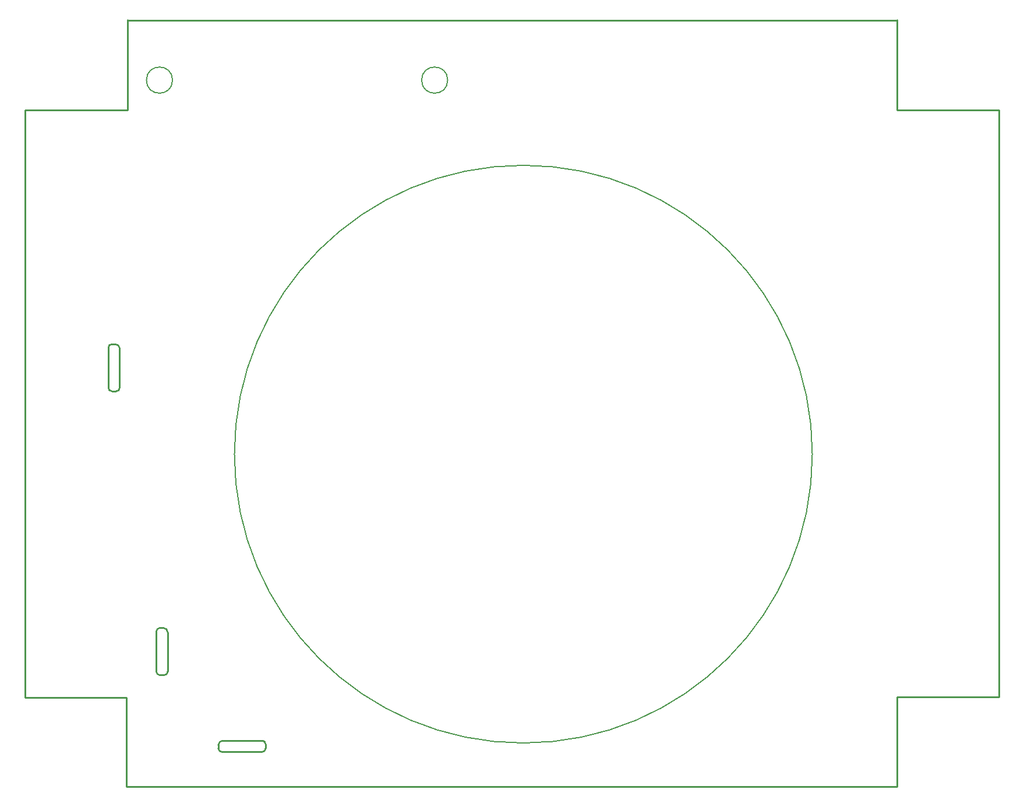
<source format=gko>
G04*
G04 #@! TF.GenerationSoftware,Altium Limited,Altium Designer,22.4.2 (48)*
G04*
G04 Layer_Color=16711935*
%FSLAX25Y25*%
%MOIN*%
G70*
G04*
G04 #@! TF.SameCoordinates,458C2FD2-8C51-46BC-9C2C-7D212ABF5546*
G04*
G04*
G04 #@! TF.FilePolarity,Positive*
G04*
G01*
G75*
%ADD12C,0.01000*%
%ADD13C,0.00591*%
D12*
X-141000Y-195000D02*
G03*
X-143000Y-193000I-2000J0D01*
G01*
Y-199500D02*
G03*
X-141000Y-197500I0J2000D01*
G01*
X-168000D02*
G03*
X-166000Y-199500I2000J0D01*
G01*
X-165500Y-193000D02*
G03*
X-168000Y-195500I0J-2500D01*
G01*
X-197000Y-131000D02*
G03*
X-199500Y-128500I-2500J0D01*
G01*
X-201500D02*
G03*
X-203500Y-130500I0J-2000D01*
G01*
Y-153500D02*
G03*
X-201500Y-155500I2000J0D01*
G01*
X-199000D02*
G03*
X-197000Y-153500I0J2000D01*
G01*
X-226500Y7000D02*
G03*
X-224500Y9000I0J2000D01*
G01*
X-231000D02*
G03*
X-229000Y7000I2000J0D01*
G01*
Y34000D02*
G03*
X-231000Y32000I0J-2000D01*
G01*
X-224500Y31500D02*
G03*
X-227000Y34000I-2500J0D01*
G01*
X-156000Y-193000D02*
X-143000D01*
X-141000Y-197500D02*
Y-195000D01*
X-166000Y-199500D02*
X-143000D01*
X-168000Y-197500D02*
Y-195500D01*
X-165500Y-193000D02*
X-156000D01*
X-197000Y-140500D02*
Y-131000D01*
X-201500Y-128500D02*
X-199500D01*
X-203500Y-153500D02*
Y-130500D01*
X-201500Y-155500D02*
X-199000D01*
X-197000Y-153500D02*
Y-140500D01*
X-224500Y9000D02*
Y22000D01*
X-229000Y7000D02*
X-226500D01*
X-231000Y9000D02*
Y32000D01*
X-229000Y34000D02*
X-227000D01*
X-224500Y22000D02*
Y31500D01*
X278543Y-168000D02*
X278543Y168000D01*
X-220500Y-219488D02*
X220500D01*
Y168000D02*
X278500D01*
X220500Y-219500D02*
Y-168000D01*
X278500D01*
X-278543Y-168500D02*
X-278543Y168000D01*
X-220000Y219488D02*
X220500Y219488D01*
Y168000D02*
Y219500D01*
X-278500Y168000D02*
X-220000D01*
Y219500D01*
X-220500Y-219500D02*
Y-168500D01*
X-278500D02*
X-220500D01*
D13*
X-36779Y185134D02*
G03*
X-36779Y185134I-7480J0D01*
G01*
X-194260D02*
G03*
X-194260Y185134I-7480J0D01*
G01*
X171854Y-29000D02*
G03*
X171854Y-29000I-165354J0D01*
G01*
M02*

</source>
